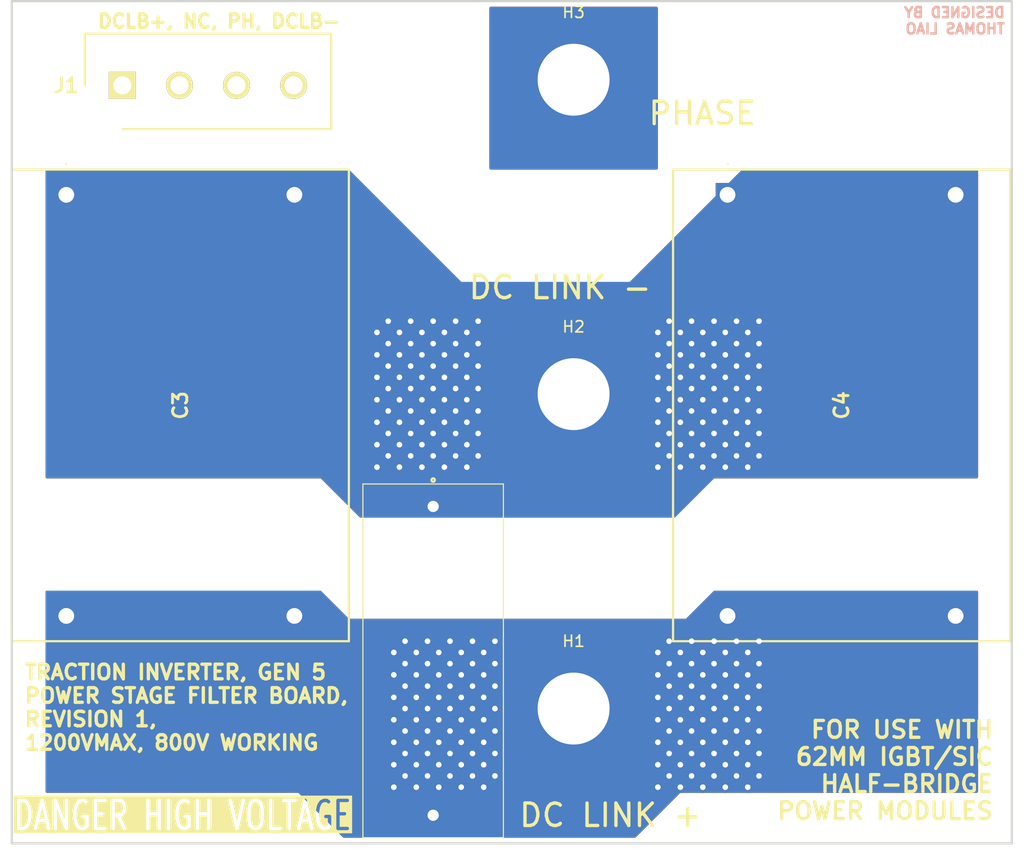
<source format=kicad_pcb>
(kicad_pcb (version 20241229) (generator "pcbnew") (generator_version "9.0")
  (layers (0 "F.Cu" signal) (4 "In1.Cu" signal) (6 "In2.Cu" signal) (2 "B.Cu" signal) (13 "F.Paste" user) (15 "B.Paste" user) (5 "F.SilkS" user "F.Silkscreen") (7 "B.SilkS" user "B.Silkscreen") (1 "F.Mask" user) (3 "B.Mask" user) (25 "Edge.Cuts" user))
  (net 0 "")
  (net 1 "/DC_LINK_+")
  (net 2 "/DC_LINK_-")
  (net 3 "/PHASE_LEG")
  (footprint "InverterCom:C4AQNBW5200M3LJ" (layer "F.Cu") (at 4.85 17.25 -90)
    (property "Reference" "C3" (at 18.75 -10.15 270) (layer "F.SilkS") (effects (font (size 1.27 1.27) (thickness 0.254))))
    (property "Value" "C4AQNBW5200M3LJ" (hide yes))
    (fp_line (start -2.25 4.85) (end -2.25 -25.15) (stroke (width 0.2)) (layer "F.SilkS"))
    (fp_line (start 39.75 4.85) (end -2.25 4.85) (stroke (width 0.2)) (layer "F.SilkS"))
    (fp_line (start -2.8 0) (end -2.8 0) (stroke (width 0.1)) (layer "F.SilkS"))
    (fp_line (start -2.7 0) (end -2.7 0) (stroke (width 0.1)) (layer "F.SilkS"))
    (fp_line (start -2.25 -25.15) (end 39.75 -25.15) (stroke (width 0.2)) (layer "F.SilkS"))
    (fp_line (start 39.75 -25.15) (end 39.75 4.85) (stroke (width 0.2)) (layer "F.SilkS"))
    (fp_arc (start -2.8 0) (mid -2.75 -0.05) (end -2.7 0) (stroke (width 0.1)) (layer "F.SilkS"))
    (fp_arc (start -2.7 0) (mid -2.75 0.05) (end -2.8 0) (stroke (width 0.1)) (layer "F.SilkS"))
    (pad "1" thru_hole rect (at 0 0 270) (size 2.1 2.1) (drill 1.4) (layers "*.Cu" "*.Mask") (net 2 "/DC_LINK_-"))
    (pad "2" thru_hole circle (at 37.5 0 270) (size 2.1 2.1) (drill 1.4) (layers "*.Cu" "*.Mask") (net 1 "/DC_LINK_+"))
    (pad "3" thru_hole circle (at 0 -20.3 270) (size 2.1 2.1) (drill 1.4) (layers "*.Cu" "*.Mask") (net 2 "/DC_LINK_-"))
    (pad "4" thru_hole circle (at 37.5 -20.3 270) (size 2.1 2.1) (drill 1.4) (layers "*.Cu" "*.Mask") (net 1 "/DC_LINK_+"))
  )
  (footprint "MountingHole:MountingHole_6.4mm_M6_ISO14580_Pad" (layer "F.Cu") (at 50 7)
    (property "Reference" "H3" (at 0 -6 0) (layer "F.SilkS"))
    (property "Value" "MountingHole_Pad")
    (pad "1" thru_hole circle (at 0 0) (size 10 10) (drill 6.4) (layers "*.Cu" "*.Mask") (net 3 "/PHASE_LEG"))
  )
  (footprint "InverterCom:B32774X__31.5_x_12.5_" (layer "F.Cu") (at 37.5 45 -90)
    (property "Reference" "C1" (hide yes))
    (property "Value" "B32774X0205K000" (hide yes))
    (fp_line (start -2 6.25) (end -2 -6.25) (stroke (width 0.1)) (layer "F.SilkS"))
    (fp_line (start 29.5 6.25) (end -2 6.25) (stroke (width 0.1)) (layer "F.SilkS"))
    (fp_line (start -2 -6.25) (end 29.5 -6.25) (stroke (width 0.1)) (layer "F.SilkS"))
    (fp_line (start 29.5 -6.25) (end 29.5 6.25) (stroke (width 0.1)) (layer "F.SilkS"))
    (fp_circle (center -2.35 0) (end -2.35 0.05) (stroke (width 0.2)) (fill no) (layer "F.SilkS"))
    (pad "1" thru_hole rect (at 0 0 270) (size 1.5 1.5) (drill 1) (layers "*.Cu" "*.Mask") (net 2 "/DC_LINK_-"))
    (pad "2" thru_hole circle (at 27.5 0 270) (size 1.5 1.5) (drill 1) (layers "*.Cu" "*.Mask") (net 1 "/DC_LINK_+"))
  )
  (footprint "InverterCom:C4AQNBW5200M3LJ" (layer "F.Cu") (at 63.7 17.25 -90)
    (property "Reference" "C4" (at 18.75 -10.15 270) (layer "F.SilkS") (effects (font (size 1.27 1.27) (thickness 0.254))))
    (property "Value" "C4AQNBW5200M3LJ" (hide yes))
    (fp_line (start -2.25 4.85) (end -2.25 -25.15) (stroke (width 0.2)) (layer "F.SilkS"))
    (fp_line (start 39.75 4.85) (end -2.25 4.85) (stroke (width 0.2)) (layer "F.SilkS"))
    (fp_line (start -2.8 0) (end -2.8 0) (stroke (width 0.1)) (layer "F.SilkS"))
    (fp_line (start -2.7 0) (end -2.7 0) (stroke (width 0.1)) (layer "F.SilkS"))
    (fp_line (start -2.25 -25.15) (end 39.75 -25.15) (stroke (width 0.2)) (layer "F.SilkS"))
    (fp_line (start 39.75 -25.15) (end 39.75 4.85) (stroke (width 0.2)) (layer "F.SilkS"))
    (fp_arc (start -2.8 0) (mid -2.75 -0.05) (end -2.7 0) (stroke (width 0.1)) (layer "F.SilkS"))
    (fp_arc (start -2.7 0) (mid -2.75 0.05) (end -2.8 0) (stroke (width 0.1)) (layer "F.SilkS"))
    (pad "1" thru_hole rect (at 0 0 270) (size 2.1 2.1) (drill 1.4) (layers "*.Cu" "*.Mask") (net 2 "/DC_LINK_-"))
    (pad "2" thru_hole circle (at 37.5 0 270) (size 2.1 2.1) (drill 1.4) (layers "*.Cu" "*.Mask") (net 1 "/DC_LINK_+"))
    (pad "3" thru_hole circle (at 0 -20.3 270) (size 2.1 2.1) (drill 1.4) (layers "*.Cu" "*.Mask") (net 2 "/DC_LINK_-"))
    (pad "4" thru_hole circle (at 37.5 -20.3 270) (size 2.1 2.1) (drill 1.4) (layers "*.Cu" "*.Mask") (net 1 "/DC_LINK_+"))
  )
  (footprint "InverterCom:SHDR4W100P0X508_1X4_2192X850X1200P" (layer "F.Cu") (at 9.84 7.5)
    (property "Reference" "J1" (at -5 0 0) (layer "F.SilkS") (effects (font (size 1.27 1.27) (thickness 0.254))))
    (property "Value" "TBP01R2-508-04BE" (hide yes))
    (fp_line (start -3.34 -4.6) (end -3.34 0) (stroke (width 0.2)) (layer "F.SilkS"))
    (fp_line (start 0 3.9) (end 18.58 3.9) (stroke (width 0.2)) (layer "F.SilkS"))
    (fp_line (start 18.58 -4.6) (end -3.34 -4.6) (stroke (width 0.2)) (layer "F.SilkS"))
    (fp_line (start 18.58 3.9) (end 18.58 -4.6) (stroke (width 0.2)) (layer "F.SilkS"))
    (pad "1" thru_hole rect (at 0 0 90) (size 2.4 2.4) (drill 1.6) (layers "*.Cu" "*.Mask" "F.SilkS") (net 1 "/DC_LINK_+"))
    (pad "2" thru_hole circle (at 5.08 0 90) (size 2.4 2.4) (drill 1.6) (layers "*.Cu" "*.Mask" "F.SilkS"))
    (pad "3" thru_hole circle (at 10.16 0 90) (size 2.4 2.4) (drill 1.6) (layers "*.Cu" "*.Mask" "F.SilkS") (net 3 "/PHASE_LEG"))
    (pad "4" thru_hole circle (at 15.24 0 90) (size 2.4 2.4) (drill 1.6) (layers "*.Cu" "*.Mask" "F.SilkS") (net 2 "/DC_LINK_-"))
  )
  (footprint "MountingHole:MountingHole_6.4mm_M6_ISO14580_Pad" (layer "F.Cu") (at 50 63)
    (property "Reference" "H1" (at 0 -6 0) (layer "F.SilkS"))
    (property "Value" "MountingHole_Pad")
    (pad "1" thru_hole circle (at 0 0) (size 10 10) (drill 6.4) (layers "*.Cu" "*.Mask") (net 1 "/DC_LINK_+"))
  )
  (footprint "MountingHole:MountingHole_6.4mm_M6_ISO14580_Pad" (layer "F.Cu") (at 50 35)
    (property "Reference" "H2" (at 0 -6 0) (layer "F.SilkS"))
    (property "Value" "MountingHole_Pad")
    (pad "1" thru_hole circle (at 0 0) (size 10 10) (drill 6.4) (layers "*.Cu" "*.Mask") (net 2 "/DC_LINK_-"))
  )
  (gr_poly (pts (xy 0 0) (xy 0 75) (xy 26 75) (xy 67 75) (xy 89 75) (xy 89 0)) (stroke (width 0.2)) (fill no) (layer "Edge.Cuts"))
  (gr_text "DCLB+, NC, PH, DCLB-" (at 7.5 2.5 0) (layer "F.SilkS") (effects (font (size 1.2 1.2) (thickness 0.3) (bold yes)) (justify left bottom)))
  (gr_text "PHASE" (at 56.5 10 0) (layer "F.SilkS") (effects (font (size 2 2) (thickness 0.3) (bold yes)) (justify left)))
  (gr_text "FOR USE WITH\n62MM IGBT/SIC\nHALF-BRIDGE\nPOWER MODULES" (at 87.5 73 0) (layer "F.SilkS") (effects (font (size 1.5 1.5) (thickness 0.3) (bold yes)) (justify right bottom)))
  (gr_text "DANGER HIGH VOLTAGE" (at 0 74 0) (layer "F.SilkS" knockout) (effects (font (size 2.5 1.75) (thickness 0.3) (bold yes)) (justify left bottom)))
  (gr_text "DC LINK +" (at 45 72.5 0) (layer "F.SilkS") (effects (font (size 2 2) (thickness 0.3) (bold yes)) (justify left)))
  (gr_text "DC LINK -" (at 40.5 25.5 0) (layer "F.SilkS") (effects (font (size 2 2) (thickness 0.3) (bold yes)) (justify left)))
  (gr_text "TRACTION INVERTER, GEN 5\nPOWER STAGE FILTER BOARD,\nREVISION 1,\n1200VMAX, 800V WORKING" (at 1 59 0) (layer "F.SilkS") (effects (font (size 1.3 1.3) (thickness 0.3) (bold yes)) (justify left top)))
  (gr_text "DESIGNED BY\nTHOMAS LIAO" (at 88.5 3 0) (layer "B.SilkS") (effects (font (size 0.9 0.9) (thickness 0.225) (bold yes)) (justify left bottom mirror)))
  (via (at 63.5 58) (size 1) (drill 0.5) (layers "F.Cu" "B.Cu") (net 1))
  (via (at 63.5 68) (size 1) (drill 0.5) (layers "F.Cu" "B.Cu") (net 1))
  (via (at 39 57) (size 1) (drill 0.5) (layers "F.Cu" "B.Cu") (net 1))
  (via (at 41 65) (size 1) (drill 0.5) (layers "F.Cu" "B.Cu") (net 1))
  (via (at 40 62) (size 1) (drill 0.5) (layers "F.Cu" "B.Cu") (net 1))
  (via (at 58.5 63) (size 1) (drill 0.5) (layers "F.Cu" "B.Cu") (net 1))
  (via (at 39 61) (size 1) (drill 0.5) (layers "F.Cu" "B.Cu") (net 1))
  (via (at 37 57) (size 1) (drill 0.5) (layers "F.Cu" "B.Cu") (net 1))
  (via (at 59.5 70) (size 1) (drill 0.5) (layers "F.Cu" "B.Cu") (net 1))
  (via (at 43 59) (size 1) (drill 0.5) (layers "F.Cu" "B.Cu") (net 1))
  (via (at 34 70) (size 1) (drill 0.5) (layers "F.Cu" "B.Cu") (net 1))
  (via (at 39 69) (size 1) (drill 0.5) (layers "F.Cu" "B.Cu") (net 1))
  (via (at 66.5 63) (size 1) (drill 0.5) (layers "F.Cu" "B.Cu") (net 1))
  (via (at 41 61) (size 1) (drill 0.5) (layers "F.Cu" "B.Cu") (net 1))
  (via (at 39 65) (size 1) (drill 0.5) (layers "F.Cu" "B.Cu") (net 1))
  (via (at 60.5 65) (size 1) (drill 0.5) (layers "F.Cu" "B.Cu") (net 1))
  (via (at 63.5 64) (size 1) (drill 0.5) (layers "F.Cu" "B.Cu") (net 1))
  (via (at 65.5 58) (size 1) (drill 0.5) (layers "F.Cu" "B.Cu") (net 1))
  (via (at 60.5 57) (size 1) (drill 0.5) (layers "F.Cu" "B.Cu") (net 1))
  (via (at 35 69) (size 1) (drill 0.5) (layers "F.Cu" "B.Cu") (net 1))
  (via (at 62.5 59) (size 1) (drill 0.5) (layers "F.Cu" "B.Cu") (net 1))
  (via (at 38 70) (size 1) (drill 0.5) (layers "F.Cu" "B.Cu") (net 1))
  (via (at 57.5 58) (size 1) (drill 0.5) (layers "F.Cu" "B.Cu") (net 1))
  (via (at 35 61) (size 1) (drill 0.5) (layers "F.Cu" "B.Cu") (net 1))
  (via (at 66.5 69) (size 1) (drill 0.5) (layers "F.Cu" "B.Cu") (net 1))
  (via (at 36 58) (size 1) (drill 0.5) (layers "F.Cu" "B.Cu") (net 1))
  (via (at 43 67) (size 1) (drill 0.5) (layers "F.Cu" "B.Cu") (net 1))
  (via (at 36 60) (size 1) (drill 0.5) (layers "F.Cu" "B.Cu") (net 1))
  (via (at 37 69) (size 1) (drill 0.5) (layers "F.Cu" "B.Cu") (net 1))
  (via (at 65.5 62) (size 1) (drill 0.5) (layers "F.Cu" "B.Cu") (net 1))
  (via (at 38 62) (size 1) (drill 0.5) (layers "F.Cu" "B.Cu") (net 1))
  (via (at 42 58) (size 1) (drill 0.5) (layers "F.Cu" "B.Cu") (net 1))
  (via (at 64.5 65) (size 1) (drill 0.5) (layers "F.Cu" "B.Cu") (net 1))
  (via (at 40 60) (size 1) (drill 0.5) (layers "F.Cu" "B.Cu") (net 1))
  (via (at 57.5 68) (size 1) (drill 0.5) (layers "F.Cu" "B.Cu") (net 1))
  (via (at 42 66) (size 1) (drill 0.5) (layers "F.Cu" "B.Cu") (net 1))
  (via (at 61.5 62) (size 1) (drill 0.5) (layers "F.Cu" "B.Cu") (net 1))
  (via (at 37 67) (size 1) (drill 0.5) (layers "F.Cu" "B.Cu") (net 1))
  (via (at 34 68) (size 1) (drill 0.5) (layers "F.Cu" "B.Cu") (net 1))
  (via (at 66.5 67) (size 1) (drill 0.5) (layers "F.Cu" "B.Cu") (net 1))
  (via (at 63.5 70) (size 1) (drill 0.5) (layers "F.Cu" "B.Cu") (net 1))
  (via (at 43 63) (size 1) (drill 0.5) (layers "F.Cu" "B.Cu") (net 1))
  (via (at 65.5 60) (size 1) (drill 0.5) (layers "F.Cu" "B.Cu") (net 1))
  (via (at 60.5 67) (size 1) (drill 0.5) (layers "F.Cu" "B.Cu") (net 1))
  (via (at 61.5 68) (size 1) (drill 0.5) (layers "F.Cu" "B.Cu") (net 1))
  (via (at 59.5 64) (size 1) (drill 0.5) (layers "F.Cu" "B.Cu") (net 1))
  (via (at 34 58) (size 1) (drill 0.5) (layers "F.Cu" "B.Cu") (net 1))
  (via (at 65.5 70) (size 1) (drill 0.5) (layers "F.Cu" "B.Cu") (net 1))
  (via (at 40 58) (size 1) (drill 0.5) (layers "F.Cu" "B.Cu") (net 1))
  (via (at 66.5 65) (size 1) (drill 0.5) (layers "F.Cu" "B.Cu") (net 1))
  (via (at 60.5 61) (size 1) (drill 0.5) (layers "F.Cu" "B.Cu") (net 1))
  (via (at 58.5 61) (size 1) (drill 0.5) (layers "F.Cu" "B.Cu") (net 1))
  (via (at 35 67) (size 1) (drill 0.5) (layers "F.Cu" "B.Cu") (net 1))
  (via (at 64.5 69) (size 1) (drill 0.5) (layers "F.Cu" "B.Cu") (net 1))
  (via (at 43 69) (size 1) (drill 0.5) (layers "F.Cu" "B.Cu") (net 1))
  (via (at 37 65) (size 1) (drill 0.5) (layers "F.Cu" "B.Cu") (net 1))
  (via (at 62.5 61) (size 1) (drill 0.5) (layers "F.Cu" "B.Cu") (net 1))
  (via (at 66.5 61) (size 1) (drill 0.5) (layers "F.Cu" "B.Cu") (net 1))
  (via (at 61.5 70) (size 1) (drill 0.5) (layers "F.Cu" "B.Cu") (net 1))
  (via (at 42 70) (size 1) (drill 0.5) (layers "F.Cu" "B.Cu") (net 1))
  (via (at 64.5 59) (size 1) (drill 0.5) (layers "F.Cu" "B.Cu") (net 1))
  (via (at 64.5 57) (size 1) (drill 0.5) (layers "F.Cu" "B.Cu") (net 1))
  (via (at 57.5 66) (size 1) (drill 0.5) (layers "F.Cu" "B.Cu") (net 1))
  (via (at 40 64) (size 1) (drill 0.5) (layers "F.Cu" "B.Cu") (net 1))
  (via (at 60.5 59) (size 1) (drill 0.5) (layers "F.Cu" "B.Cu") (net 1))
  (via (at 38 64) (size 1) (drill 0.5) (layers "F.Cu" "B.Cu") (net 1))
  (via (at 41 59) (size 1) (drill 0.5) (layers "F.Cu" "B.Cu") (net 1))
  (via (at 62.5 69) (size 1) (drill 0.5) (layers "F.Cu" "B.Cu") (net 1))
  (via (at 35 59) (size 1) (drill 0.5) (layers "F.Cu" "B.Cu") (net 1))
  (via (at 39 67) (size 1) (drill 0.5) (layers "F.Cu" "B.Cu") (net 1))
  (via (at 34 64) (size 1) (drill 0.5) (layers "F.Cu" "B.Cu") (net 1))
  (via (at 36 64) (size 1) (drill 0.5) (layers "F.Cu" "B.Cu") (net 1))
  (via (at 42 62) (size 1) (drill 0.5) (layers "F.Cu" "B.Cu") (net 1))
  (via (at 38 58) (size 1) (drill 0.5) (layers "F.Cu" "B.Cu") (net 1))
  (via (at 59.5 60) (size 1) (drill 0.5) (layers "F.Cu" "B.Cu") (net 1))
  (via (at 64.5 67) (size 1) (drill 0.5) (layers "F.Cu" "B.Cu") (net 1))
  (via (at 57.5 70) (size 1) (drill 0.5) (layers "F.Cu" "B.Cu") (net 1))
  (via (at 42 64) (size 1) (drill 0.5) (layers "F.Cu" "B.Cu") (net 1))
  (via (at 59.5 62) (size 1) (drill 0.5) (layers "F.Cu" "B.Cu") (net 1))
  (via (at 58.5 65) (size 1) (drill 0.5) (layers "F.Cu" "B.Cu") (net 1))
  (via (at 65.5 68) (size 1) (drill 0.5) (layers "F.Cu" "B.Cu") (net 1))
  (via (at 62.5 67) (size 1) (drill 0.5) (layers "F.Cu" "B.Cu") (net 1))
  (via (at 61.5 60) (size 1) (drill 0.5) (layers "F.Cu" "B.Cu") (net 1))
  (via (at 58.5 57) (size 1) (drill 0.5) (layers "F.Cu" "B.Cu") (net 1))
  (via (at 62.5 57) (size 1) (drill 0.5) (layers "F.Cu" "B.Cu") (net 1))
  (via (at 36 66) (size 1) (drill 0.5) (layers "F.Cu" "B.Cu") (net 1))
  (via (at 41 57) (size 1) (drill 0.5) (layers "F.Cu" "B.Cu") (net 1))
  (via (at 57.5 60) (size 1) (drill 0.5) (layers "F.Cu" "B.Cu") (net 1))
  (via (at 39 63) (size 1) (drill 0.5) (layers "F.Cu" "B.Cu") (net 1))
  (via (at 60.5 69) (size 1) (drill 0.5) (layers "F.Cu" "B.Cu") (net 1))
  (via (at 37 63) (size 1) (drill 0.5) (layers "F.Cu" "B.Cu") (net 1))
  (via (at 35 57) (size 1) (drill 0.5) (layers "F.Cu" "B.Cu") (net 1))
  (via (at 65.5 66) (size 1) (drill 0.5) (layers "F.Cu" "B.Cu") (net 1))
  (via (at 35 65) (size 1) (drill 0.5) (layers "F.Cu" "B.Cu") (net 1))
  (via (at 40 70) (size 1) (drill 0.5) (layers "F.Cu" "B.Cu") (net 1))
  (via (at 57.5 62) (size 1) (drill 0.5) (layers "F.Cu" "B.Cu") (net 1))
  (via (at 66.5 59) (size 1) (drill 0.5) (layers "F.Cu" "B.Cu") (net 1))
  (via (at 36 70) (size 1) (drill 0.5) (layers "F.Cu" "B.Cu") (net 1))
  (via (at 37 61) (size 1) (drill 0.5) (layers "F.Cu" "B.Cu") (net 1))
  (via (at 38 68) (size 1) (drill 0.5) (layers "F.Cu" "B.Cu") (net 1))
  (via (at 35 63) (size 1) (drill 0.5) (layers "F.Cu" "B.Cu") (net 1))
  (via (at 65.5 64) (size 1) (drill 0.5) (layers "F.Cu" "B.Cu") (net 1))
  (via (at 63.5 62) (size 1) (drill 0.5) (layers "F.Cu" "B.Cu") (net 1))
  (via (at 40 68) (size 1) (drill 0.5) (layers "F.Cu" "B.Cu") (net 1))
  (via (at 42 60) (size 1) (drill 0.5) (layers "F.Cu" "B.Cu") (net 1))
  (via (at 62.5 65) (size 1) (drill 0.5) (layers "F.Cu" "B.Cu") (net 1))
  (via (at 58.5 59) (size 1) (drill 0.5) (layers "F.Cu" "B.Cu") (net 1))
  (via (at 61.5 66) (size 1) (drill 0.5) (layers "F.Cu" "B.Cu") (net 1))
  (via (at 37 59) (size 1) (drill 0.5) (layers "F.Cu" "B.Cu") (net 1))
  (via (at 41 67) (size 1) (drill 0.5) (layers "F.Cu" "B.Cu") (net 1))
  (via (at 63.5 60) (size 1) (drill 0.5) (layers "F.Cu" "B.Cu") (net 1))
  (via (at 43 61) (size 1) (drill 0.5) (layers "F.Cu" "B.Cu") (net 1))
  (via (at 61.5 64) (size 1) (drill 0.5) (layers "F.Cu" "B.Cu") (net 1))
  (via (at 43 57) (size 1) (drill 0.5) (layers "F.Cu" "B.Cu") (net 1))
  (via (at 58.5 69) (size 1) (drill 0.5) (layers "F.Cu" "B.Cu") (net 1))
  (via (at 42 68) (size 1) (drill 0.5) (layers "F.Cu" "B.Cu") (net 1))
  (via (at 61.5 58) (size 1) (drill 0.5) (layers "F.Cu" "B.Cu") (net 1))
  (via (at 64.5 61) (size 1) (drill 0.5) (layers "F.Cu" "B.Cu") (net 1))
  (via (at 62.5 63) (size 1) (drill 0.5) (layers "F.Cu" "B.Cu") (net 1))
  (via (at 59.5 58) (size 1) (drill 0.5) (layers "F.Cu" "B.Cu") (net 1))
  (via (at 66.5 57) (size 1) (drill 0.5) (layers "F.Cu" "B.Cu") (net 1))
  (via (at 59.5 66) (size 1) (drill 0.5) (layers "F.Cu" "B.Cu") (net 1))
  (via (at 36 68) (size 1) (drill 0.5) (layers "F.Cu" "B.Cu") (net 1))
  (via (at 63.5 66) (size 1) (drill 0.5) (layers "F.Cu" "B.Cu") (net 1))
  (via (at 43 65) (size 1) (drill 0.5) (layers "F.Cu" "B.Cu") (net 1))
  (via (at 41 63) (size 1) (drill 0.5) (layers "F.Cu" "B.Cu") (net 1))
  (via (at 34 66) (size 1) (drill 0.5) (layers "F.Cu" "B.Cu") (net 1))
  (via (at 41 69) (size 1) (drill 0.5) (layers "F.Cu" "B.Cu") (net 1))
  (via (at 38 60) (size 1) (drill 0.5) (layers "F.Cu" "B.Cu") (net 1))
  (via (at 60.5 63) (size 1) (drill 0.5) (layers "F.Cu" "B.Cu") (net 1))
  (via (at 40 66) (size 1) (drill 0.5) (layers "F.Cu" "B.Cu") (net 1))
  (via (at 39 59) (size 1) (drill 0.5) (layers "F.Cu" "B.Cu") (net 1))
  (via (at 34 62) (size 1) (drill 0.5) (layers "F.Cu" "B.Cu") (net 1))
  (via (at 59.5 68) (size 1) (drill 0.5) (layers "F.Cu" "B.Cu") (net 1))
  (via (at 57.5 64) (size 1) (drill 0.5) (layers "F.Cu" "B.Cu") (net 1))
  (via (at 64.5 63) (size 1) (drill 0.5) (layers "F.Cu" "B.Cu") (net 1))
  (via (at 38 66) (size 1) (drill 0.5) (layers "F.Cu" "B.Cu") (net 1))
  (via (at 58.5 67) (size 1) (drill 0.5) (layers "F.Cu" "B.Cu") (net 1))
  (via (at 34 60) (size 1) (drill 0.5) (layers "F.Cu" "B.Cu") (net 1))
  (via (at 36 62) (size 1) (drill 0.5) (layers "F.Cu" "B.Cu") (net 1))
  (via (at 34.5 41.5) (size 1) (drill 0.5) (layers "F.Cu" "B.Cu") (net 2))
  (via (at 57.5 31.5) (size 1) (drill 0.5) (layers "F.Cu" "B.Cu") (net 2))
  (via (at 41.5 34.5) (size 1) (drill 0.5) (layers "F.Cu" "B.Cu") (net 2))
  (via (at 34.5 39.5) (size 1) (drill 0.5) (layers "F.Cu" "B.Cu") (net 2))
  (via (at 33.5 30.5) (size 1) (drill 0.5) (layers "F.Cu" "B.Cu") (net 2))
  (via (at 37.5 28.5) (size 1) (drill 0.5) (layers "F.Cu" "B.Cu") (net 2))
  (via (at 33.5 38.5) (size 1) (drill 0.5) (layers "F.Cu" "B.Cu") (net 2))
  (via (at 37.5 32.5) (size 1) (drill 0.5) (layers "F.Cu" "B.Cu") (net 2))
  (via (at 64.5 38.5) (size 1) (drill 0.5) (layers "F.Cu" "B.Cu") (net 2))
  (via (at 34.5 29.5) (size 1) (drill 0.5) (layers "F.Cu" "B.Cu") (net 2))
  (via (at 57.5 33.5) (size 1) (drill 0.5) (layers "F.Cu" "B.Cu") (net 2))
  (via (at 59.5 41.5) (size 1) (drill 0.5) (layers "F.Cu" "B.Cu") (net 2))
  (via (at 32.5 31.5) (size 1) (drill 0.5) (layers "F.Cu" "B.Cu") (net 2))
  (via (at 39.5 28.5) (size 1) (drill 0.5) (layers "F.Cu" "B.Cu") (net 2))
  (via (at 58.5 28.5) (size 1) (drill 0.5) (layers "F.Cu" "B.Cu") (net 2))
  (via (at 59.5 39.5) (size 1) (drill 0.5) (layers "F.Cu" "B.Cu") (net 2))
  (via (at 40.5 35.5) (size 1) (drill 0.5) (layers "F.Cu" "B.Cu") (net 2))
  (via (at 62.5 28.5) (size 1) (drill 0.5) (layers "F.Cu" "B.Cu") (net 2))
  (via (at 63.5 31.5) (size 1) (drill 0.5) (layers "F.Cu" "B.Cu") (net 2))
  (via (at 57.5 29.5) (size 1) (drill 0.5) (layers "F.Cu" "B.Cu") (net 2))
  (via (at 34.5 35.5) (size 1) (drill 0.5) (layers "F.Cu" "B.Cu") (net 2))
  (via (at 40.5 39.5) (size 1) (drill 0.5) (layers "F.Cu" "B.Cu") (net 2))
  (via (at 64.5 40.5) (size 1) (drill 0.5) (layers "F.Cu" "B.Cu") (net 2))
  (via (at 60.5 30.5) (size 1) (drill 0.5) (layers "F.Cu" "B.Cu") (net 2))
  (via (at 41.5 30.5) (size 1) (drill 0.5) (layers "F.Cu" "B.Cu") (net 2))
  (via (at 35.5 36.5) (size 1) (drill 0.5) (layers "F.Cu" "B.Cu") (net 2))
  (via (at 41.5 28.5) (size 1) (drill 0.5) (layers "F.Cu" "B.Cu") (net 2))
  (via (at 38.5 33.5) (size 1) (drill 0.5) (layers "F.Cu" "B.Cu") (net 2))
  (via (at 61.5 29.5) (size 1) (drill 0.5) (layers "F.Cu" "B.Cu") (net 2))
  (via (at 37.5 36.5) (size 1) (drill 0.5) (layers "F.Cu" "B.Cu") (net 2))
  (via (at 59.5 37.5) (size 1) (drill 0.5) (layers "F.Cu" "B.Cu") (net 2))
  (via (at 63.5 29.5) (size 1) (drill 0.5) (layers "F.Cu" "B.Cu") (net 2))
  (via (at 61.5 31.5) (size 1) (drill 0.5) (layers "F.Cu" "B.Cu") (net 2))
  (via (at 66.5 32.5) (size 1) (drill 0.5) (layers "F.Cu" "B.Cu") (net 2))
  (via (at 34.5 33.5) (size 1) (drill 0.5) (layers "F.Cu" "B.Cu") (net 2))
  (via (at 64.5 30.5) (size 1) (drill 0.5) (layers "F.Cu" "B.Cu") (net 2))
  (via (at 59.5 31.5) (size 1) (drill 0.5) (layers "F.Cu" "B.Cu") (net 2))
  (via (at 35.5 32.5) (size 1) (drill 0.5) (layers "F.Cu" "B.Cu") (net 2))
  (via (at 60.5 28.5) (size 1) (drill 0.5) (layers "F.Cu" "B.Cu") (net 2))
  (via (at 58.5 40.5) (size 1) (drill 0.5) (layers "F.Cu" "B.Cu") (net 2))
  (via (at 66.5 28.5) (size 1) (drill 0.5) (layers "F.Cu" "B.Cu") (net 2))
  (via (at 60.5 32.5) (size 1) (drill 0.5) (layers "F.Cu" "B.Cu") (net 2))
  (via (at 65.5 33.5) (size 1) (drill 0.5) (layers "F.Cu" "B.Cu") (net 2))
  (via (at 61.5 39.5) (size 1) (drill 0.5) (layers "F.Cu" "B.Cu") (net 2))
  (via (at 61.5 37.5) (size 1) (drill 0.5) (layers "F.Cu" "B.Cu") (net 2))
  (via (at 59.5 35.5) (size 1) (drill 0.5) (layers "F.Cu" "B.Cu") (net 2))
  (via (at 33.5 32.5) (size 1) (drill 0.5) (layers "F.Cu" "B.Cu") (net 2))
  (via (at 32.5 33.5) (size 1) (drill 0.5) (layers "F.Cu" "B.Cu") (net 2))
  (via (at 65.5 39.5) (size 1) (drill 0.5) (layers "F.Cu" "B.Cu") (net 2))
  (via (at 66.5 36.5) (size 1) (drill 0.5) (layers "F.Cu" "B.Cu") (net 2))
  (via (at 58.5 34.5) (size 1) (drill 0.5) (layers "F.Cu" "B.Cu") (net 2))
  (via (at 38.5 29.5) (size 1) (drill 0.5) (layers "F.Cu" "B.Cu") (net 2))
  (via (at 59.5 29.5) (size 1) (drill 0.5) (layers "F.Cu" "B.Cu") (net 2))
  (via (at 38.5 41.5) (size 1) (drill 0.5) (layers "F.Cu" "B.Cu") (net 2))
  (via (at 41.5 38.5) (size 1) (drill 0.5) (layers "F.Cu" "B.Cu") (net 2))
  (via (at 40.5 37.5) (size 1) (drill 0.5) (layers "F.Cu" "B.Cu") (net 2))
  (via (at 65.5 41.5) (size 1) (drill 0.5) (layers "F.Cu" "B.Cu") (net 2))
  (via (at 63.5 37.5) (size 1) (drill 0.5) (layers "F.Cu" "B.Cu") (net 2))
  (via (at 59.5 33.5) (size 1) (drill 0.5) (layers "F.Cu" "B.Cu") (net 2))
  (via (at 61.5 41.5) (size 1) (drill 0.5) (layers "F.Cu" "B.Cu") (net 2))
  (via (at 60.5 38.5) (size 1) (drill 0.5) (layers "F.Cu" "B.Cu") (net 2))
  (via (at 36.5 37.5) (size 1) (drill 0.5) (layers "F.Cu" "B.Cu") (net 2))
  (via (at 64.5 36.5) (size 1) (drill 0.5) (layers "F.Cu" "B.Cu") (net 2))
  (via (at 41.5 36.5) (size 1) (drill 0.5) (layers "F.Cu" "B.Cu") (net 2))
  (via (at 65.5 37.5) (size 1) (drill 0.5) (layers "F.Cu" "B.Cu") (net 2))
  (via (at 36.5 29.5) (size 1) (drill 0.5) (layers "F.Cu" "B.Cu") (net 2))
  (via (at 65.5 31.5) (size 1) (drill 0.5) (layers "F.Cu" "B.Cu") (net 2))
  (via (at 33.5 34.5) (size 1) (drill 0.5) (layers "F.Cu" "B.Cu") (net 2))
  (via (at 35.5 40.5) (size 1) (drill 0.5) (layers "F.Cu" "B.Cu") (net 2))
  (via (at 60.5 34.5) (size 1) (drill 0.5) (layers "F.Cu" "B.Cu") (net 2))
  (via (at 37.5 34.5) (size 1) (drill 0.5) (layers "F.Cu" "B.Cu") (net 2))
  (via (at 32.5 35.5) (size 1) (drill 0.5) (layers "F.Cu" "B.Cu") (net 2))
  (via (at 40.5 41.5) (size 1) (drill 0.5) (layers "F.Cu" "B.Cu") (net 2))
  (via (at 63.5 35.5) (size 1) (drill 0.5) (layers "F.Cu" "B.Cu") (net 2))
  (via (at 57.5 41.5) (size 1) (drill 0.5) (layers "F.Cu" "B.Cu") (net 2))
  (via (at 33.5 36.5) (size 1) (drill 0.5) (layers "F.Cu" "B.Cu") (net 2))
  (via (at 62.5 40.5) (size 1) (drill 0.5) (layers "F.Cu" "B.Cu") (net 2))
  (via (at 61.5 33.5) (size 1) (drill 0.5) (layers "F.Cu" "B.Cu") (net 2))
  (via (at 36.5 41.5) (size 1) (drill 0.5) (layers "F.Cu" "B.Cu") (net 2))
  (via (at 62.5 32.5) (size 1) (drill 0.5) (layers "F.Cu" "B.Cu") (net 2))
  (via (at 62.5 34.5) (size 1) (drill 0.5) (layers "F.Cu" "B.Cu") (net 2))
  (via (at 35.5 38.5) (size 1) (drill 0.5) (layers "F.Cu" "B.Cu") (net 2))
  (via (at 39.5 40.5) (size 1) (drill 0.5) (layers "F.Cu" "B.Cu") (net 2))
  (via (at 60.5 40.5) (size 1) (drill 0.5) (layers "F.Cu" "B.Cu") (net 2))
  (via (at 40.5 31.5) (size 1) (drill 0.5) (layers "F.Cu" "B.Cu") (net 2))
  (via (at 32.5 29.5) (size 1) (drill 0.5) (layers "F.Cu" "B.Cu") (net 2))
  (via (at 36.5 33.5) (size 1) (drill 0.5) (layers "F.Cu" "B.Cu") (net 2))
  (via (at 61.5 35.5) (size 1) (drill 0.5) (layers "F.Cu" "B.Cu") (net 2))
  (via (at 41.5 40.5) (size 1) (drill 0.5) (layers "F.Cu" "B.Cu") (net 2))
  (via (at 36.5 39.5) (size 1) (drill 0.5) (layers "F.Cu" "B.Cu") (net 2))
  (via (at 63.5 33.5) (size 1) (drill 0.5) (layers "F.Cu" "B.Cu") (net 2))
  (via (at 38.5 31.5) (size 1) (drill 0.5) (layers "F.Cu" "B.Cu") (net 2))
  (via (at 41.5 32.5) (size 1) (drill 0.5) (layers "F.Cu" "B.Cu") (net 2))
  (via (at 66.5 40.5) (size 1) (drill 0.5) (layers "F.Cu" "B.Cu") (net 2))
  (via (at 64.5 34.5) (size 1) (drill 0.5) (layers "F.Cu" "B.Cu") (net 2))
  (via (at 39.5 32.5) (size 1) (drill 0.5) (layers "F.Cu" "B.Cu") (net 2))
  (via (at 62.5 36.5) (size 1) (drill 0.5) (layers "F.Cu" "B.Cu") (net 2))
  (via (at 62.5 38.5) (size 1) (drill 0.5) (layers "F.Cu" "B.Cu") (net 2))
  (via (at 64.5 28.5) (size 1) (drill 0.5) (layers "F.Cu" "B.Cu") (net 2))
  (via (at 58.5 30.5) (size 1) (drill 0.5) (layers "F.Cu" "B.Cu") (net 2))
  (via (at 39.5 36.5) (size 1) (drill 0.5) (layers "F.Cu" "B.Cu") (net 2))
  (via (at 40.5 33.5) (size 1) (drill 0.5) (layers "F.Cu" "B.Cu") (net 2))
  (via (at 58.5 36.5) (size 1) (drill 0.5) (layers "F.Cu" "B.Cu") (net 2))
  (via (at 40.5 29.5) (size 1) (drill 0.5) (layers "F.Cu" "B.Cu") (net 2))
  (via (at 63.5 39.5) (size 1) (drill 0.5) (layers "F.Cu" "B.Cu") (net 2))
  (via (at 37.5 38.5) (size 1) (drill 0.5) (layers "F.Cu" "B.Cu") (net 2))
  (via (at 35.5 28.5) (size 1) (drill 0.5) (layers "F.Cu" "B.Cu") (net 2))
  (via (at 37.5 30.5) (size 1) (drill 0.5) (layers "F.Cu" "B.Cu") (net 2))
  (via (at 60.5 36.5) (size 1) (drill 0.5) (layers "F.Cu" "B.Cu") (net 2))
  (via (at 66.5 38.5) (size 1) (drill 0.5) (layers "F.Cu" "B.Cu") (net 2))
  (via (at 65.5 29.5) (size 1) (drill 0.5) (layers "F.Cu" "B.Cu") (net 2))
  (via (at 37.5 40.5) (size 1) (drill 0.5) (layers "F.Cu" "B.Cu") (net 2))
  (via (at 57.5 35.5) (size 1) (drill 0.5) (layers "F.Cu" "B.Cu") (net 2))
  (via (at 32.5 39.5) (size 1) (drill 0.5) (layers "F.Cu" "B.Cu") (net 2))
  (via (at 62.5 30.5) (size 1) (drill 0.5) (layers "F.Cu" "B.Cu") (net 2))
  (via (at 36.5 35.5) (size 1) (drill 0.5) (layers "F.Cu" "B.Cu") (net 2))
  (via (at 57.5 39.5) (size 1) (drill 0.5) (layers "F.Cu" "B.Cu") (net 2))
  (via (at 57.5 37.5) (size 1) (drill 0.5) (layers "F.Cu" "B.Cu") (net 2))
  (via (at 58.5 32.5) (size 1) (drill 0.5) (layers "F.Cu" "B.Cu") (net 2))
  (via (at 38.5 37.5) (size 1) (drill 0.5) (layers "F.Cu" "B.Cu") (net 2))
  (via (at 33.5 40.5) (size 1) (drill 0.5) (layers "F.Cu" "B.Cu") (net 2))
  (via (at 63.5 41.5) (size 1) (drill 0.5) (layers "F.Cu" "B.Cu") (net 2))
  (via (at 35.5 30.5) (size 1) (drill 0.5) (layers "F.Cu" "B.Cu") (net 2))
  (via (at 38.5 39.5) (size 1) (drill 0.5) (layers "F.Cu" "B.Cu") (net 2))
  (via (at 39.5 38.5) (size 1) (drill 0.5) (layers "F.Cu" "B.Cu") (net 2))
  (via (at 39.5 34.5) (size 1) (drill 0.5) (layers "F.Cu" "B.Cu") (net 2))
  (via (at 34.5 31.5) (size 1) (drill 0.5) (layers "F.Cu" "B.Cu") (net 2))
  (via (at 66.5 34.5) (size 1) (drill 0.5) (layers "F.Cu" "B.Cu") (net 2))
  (via (at 64.5 32.5) (size 1) (drill 0.5) (layers "F.Cu" "B.Cu") (net 2))
  (via (at 38.5 35.5) (size 1) (drill 0.5) (layers "F.Cu" "B.Cu") (net 2))
  (via (at 35.5 34.5) (size 1) (drill 0.5) (layers "F.Cu" "B.Cu") (net 2))
  (via (at 32.5 41.5) (size 1) (drill 0.5) (layers "F.Cu" "B.Cu") (net 2))
  (via (at 32.5 37.5) (size 1) (drill 0.5) (layers "F.Cu" "B.Cu") (net 2))
  (via (at 65.5 35.5) (size 1) (drill 0.5) (layers "F.Cu" "B.Cu") (net 2))
  (via (at 34.5 37.5) (size 1) (drill 0.5) (layers "F.Cu" "B.Cu") (net 2))
  (via (at 33.5 28.5) (size 1) (drill 0.5) (layers "F.Cu" "B.Cu") (net 2))
  (via (at 36.5 31.5) (size 1) (drill 0.5) (layers "F.Cu" "B.Cu") (net 2))
  (via (at 39.5 30.5) (size 1) (drill 0.5) (layers "F.Cu" "B.Cu") (net 2))
  (via (at 58.5 38.5) (size 1) (drill 0.5) (layers "F.Cu" "B.Cu") (net 2))
  (via (at 66.5 30.5) (size 1) (drill 0.5) (layers "F.Cu" "B.Cu") (net 2))
  (zone (net 1) (net_name "/DC_LINK_+") (layers "F.Cu" "B.Cu") (priority 1) (connect_pads yes (clearance 0.7)) (min_thickness 0.25) (fill yes (thermal_gap 0.5) (thermal_bridge_width 0.5))
    (polygon (pts (xy 3 52.5) (xy 27.5 52.5) (xy 30 55) (xy 50 55) (xy 60 55) (xy 62.5 52.5) (xy 86 52.5) (xy 86 70.5) (xy 59.5 70.5) (xy 55 75) (xy 30 75) (xy 25.5 70.5) (xy 3 70.5)))
  )
  (zone (net 2) (net_name "/DC_LINK_-") (layers "F.Cu" "B.Cu") (connect_pads yes (clearance 0.7)) (min_thickness 0.25) (fill yes (thermal_gap 0.5) (thermal_bridge_width 0.5))
    (polygon (pts (xy 3 15) (xy 30 15) (xy 40 25) (xy 55 25) (xy 65 15) (xy 86 15) (xy 86 42.5) (xy 62.5 42.5) (xy 59 46) (xy 31 46) (xy 27.5 42.5) (xy 3 42.5)))
  )
  (zone (net 3) (net_name "/PHASE_LEG") (layers "F.Cu" "B.Cu" "In1.Cu" "In2.Cu") (priority 2) (connect_pads yes (clearance 0.7)) (min_thickness 0.25) (fill yes (thermal_gap 0.5) (thermal_bridge_width 0.5))
    (polygon (pts (xy 42.5 0) (xy 42.5 15) (xy 57.5 15) (xy 57.5 0)))
  )
)
</source>
